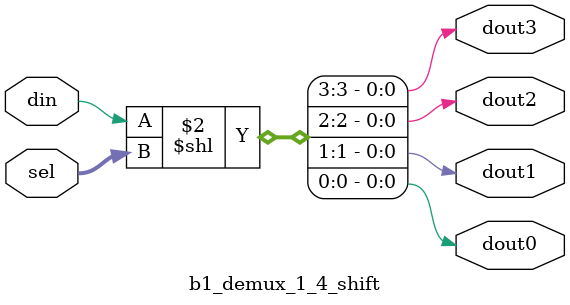
<source format=v>
`timescale 1ns / 1ps


module b1_demux_1_4_shift(
    input din,
    input [1:0] sel,
    output reg dout0,
    output reg dout1,
    output reg dout2,
    output reg dout3
    );
    always @(*)
        {dout3, dout2, dout1, dout0} = din << sel;
endmodule

</source>
